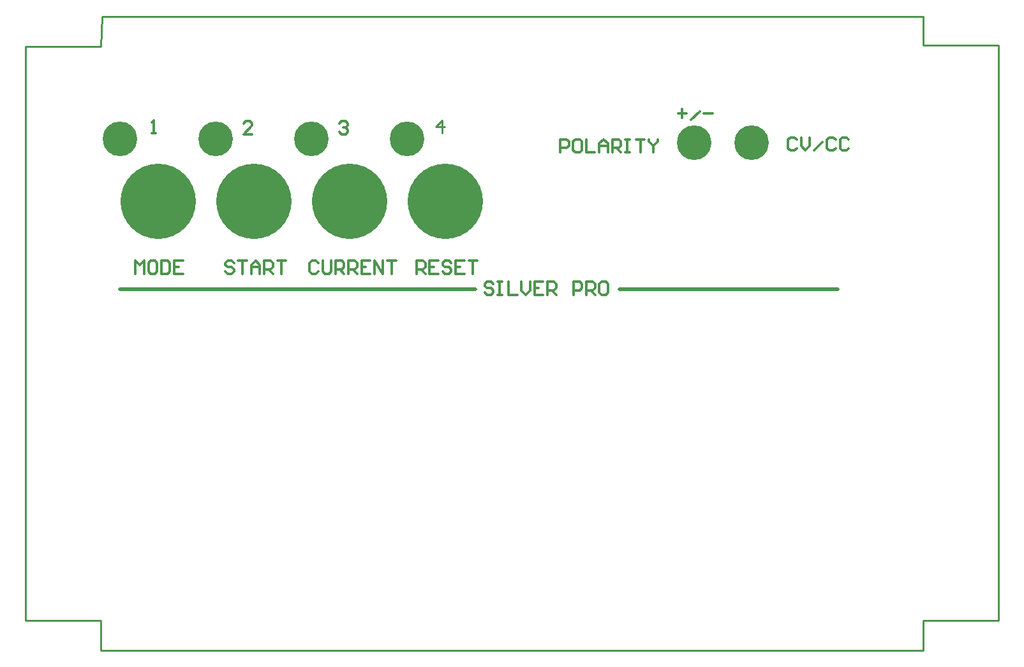
<source format=gtl>
%FSLAX23Y23*%
%MOMM*%
%SFA1B1*%

%IPPOS*%
%ADD10C,9.999980*%
%ADD11C,4.599991*%
%ADD12C,0.549999*%
%ADD13C,0.349999*%
%ADD14C,0.230000*%
%ADD15C,0.250000*%
%LNtopcover-1*%
%LPD*%
G54D10*
X88899Y94359D03*
X76199D03*
X63499D03*
X50799D03*
G54D11*
X45719Y102619D03*
X58419D03*
X71119D03*
X83819D03*
X129539Y102109D03*
X121919D03*
G54D12*
X112009Y82679D02*
X140969D01*
X45719D02*
X92839D01*
G54D13*
X95259Y83349D02*
X94969Y83639D01*
X94389*
X94109Y83349*
Y83059*
X94389Y82779*
X94969*
X95259Y82489*
Y82199*
X94969Y81919*
X94389*
X94109Y82199*
X95829Y83639D02*
X96399D01*
X96119*
Y81919*
X95829*
X96399*
X97269Y83639D02*
Y81919D01*
X98419*
X98989Y83639D02*
Y82489D01*
X99559Y81919*
X100139Y82489*
Y83639*
X101859D02*
X100709D01*
Y81919*
X101859*
X100709Y82779D02*
X101289D01*
X102439Y81919D02*
Y83639D01*
X103299*
X103589Y83349*
Y82779*
X103299Y82489*
X102439*
X103009D02*
X103589Y81919D01*
X105879D02*
Y83639D01*
X106749*
X107029Y83349*
Y82779*
X106749Y82489*
X105879*
X107609Y81919D02*
Y83639D01*
X108469*
X108759Y83349*
Y82779*
X108469Y82489*
X107609*
X108179D02*
X108759Y81919D01*
X110189Y83639D02*
X109619D01*
X109329Y83349*
Y82199*
X109619Y81919*
X110189*
X110479Y82199*
Y83349*
X110189Y83639*
X85089Y84709D02*
Y86429D01*
X85949*
X86239Y86149*
Y85569*
X85949Y85279*
X85089*
X85659D02*
X86239Y84709D01*
X87959Y86429D02*
X86809D01*
Y84709*
X87959*
X86809Y85569D02*
X87389D01*
X89689Y86149D02*
X89399Y86429D01*
X88819*
X88539Y86149*
Y85859*
X88819Y85569*
X89399*
X89689Y85279*
Y84999*
X89399Y84709*
X88819*
X88539Y84999*
X91409Y86429D02*
X90259D01*
Y84709*
X91409*
X90259Y85569D02*
X90829D01*
X91979Y86429D02*
X93129D01*
X92559*
Y84709*
X72009Y86149D02*
X71729Y86429D01*
X71149*
X70869Y86149*
Y84999*
X71149Y84709*
X71729*
X72009Y84999*
X72589Y86429D02*
Y84999D01*
X72879Y84709*
X73449*
X73739Y84999*
Y86429*
X74309Y84709D02*
Y86429D01*
X75169*
X75459Y86149*
Y85569*
X75169Y85279*
X74309*
X74889D02*
X75459Y84709D01*
X76039D02*
Y86429D01*
X76899*
X77189Y86149*
Y85569*
X76899Y85279*
X76039*
X76609D02*
X77189Y84709D01*
X78909Y86429D02*
X77759D01*
Y84709*
X78909*
X77759Y85569D02*
X78329D01*
X79479Y84709D02*
Y86429D01*
X80629Y84709*
Y86429*
X81209D02*
X82359D01*
X81779*
Y84709*
X60839Y86149D02*
X60549Y86429D01*
X59979*
X59689Y86149*
Y85859*
X59979Y85569*
X60549*
X60839Y85279*
Y84999*
X60549Y84709*
X59979*
X59689Y84999*
X61409Y86429D02*
X62559D01*
X61989*
Y84709*
X63139D02*
Y85859D01*
X63709Y86429*
X64289Y85859*
Y84709*
Y85569*
X63139*
X64859Y84709D02*
Y86429D01*
X65719*
X66009Y86149*
Y85569*
X65719Y85279*
X64859*
X65429D02*
X66009Y84709D01*
X66579Y86429D02*
X67729D01*
X67159*
Y84709*
X47749D02*
Y86429D01*
X48329Y85859*
X48899Y86429*
Y84709*
X50339Y86429D02*
X49759D01*
X49479Y86149*
Y84999*
X49759Y84709*
X50339*
X50619Y84999*
Y86149*
X50339Y86429*
X51199D02*
Y84709D01*
X52059*
X52349Y84999*
Y86149*
X52059Y86429*
X51199*
X54069D02*
X52919D01*
Y84709*
X54069*
X52919Y85569D02*
X53499D01*
X74799Y104689D02*
X75089Y104969D01*
X75659*
X75949Y104689*
Y104399*
X75659Y104109*
X75379*
X75659*
X75949Y103829*
Y103539*
X75659Y103249*
X75089*
X74799Y103539*
X63249Y103249D02*
X62099D01*
X63249Y104399*
Y104689*
X62959Y104969*
X62389*
X62099Y104689*
X49909Y103379D02*
X50489D01*
X50199*
Y105099*
X49909Y104809*
X135509Y102529D02*
X135229Y102819D01*
X134649*
X134369Y102529*
Y101379*
X134649Y101089*
X135229*
X135509Y101379*
X136089Y102819D02*
Y101669D01*
X136659Y101089*
X137239Y101669*
Y102819*
X137809Y101089D02*
X138959Y102239D01*
X140689Y102529D02*
X140399Y102819D01*
X139819*
X139539Y102529*
Y101379*
X139819Y101089*
X140399*
X140689Y101379*
X142409Y102529D02*
X142119Y102819D01*
X141549*
X141259Y102529*
Y101379*
X141549Y101089*
X142119*
X142409Y101379*
X119759Y106019D02*
X120909D01*
X120339Y106589D02*
Y105439D01*
X121479Y105159D02*
X122629Y106299D01*
X123209Y106019D02*
X124359D01*
X104139Y100839D02*
Y102559D01*
X104999*
X105289Y102269*
Y101699*
X104999Y101409*
X104139*
X106729Y102559D02*
X106149D01*
X105859Y102269*
Y101129*
X106149Y100839*
X106729*
X107009Y101129*
Y102269*
X106729Y102559*
X107589D02*
Y100839D01*
X108739*
X109309D02*
Y101989D01*
X109879Y102559*
X110459Y101989*
Y100839*
Y101699*
X109309*
X111029Y100839D02*
Y102559D01*
X111899*
X112179Y102269*
Y101699*
X111899Y101409*
X111029*
X111609D02*
X112179Y100839D01*
X112759Y102559D02*
X113329D01*
X113039*
Y100839*
X112759*
X113329*
X114189Y102559D02*
X115339D01*
X114769*
Y100839*
X115919Y102559D02*
Y102269D01*
X116489Y101699*
X117069Y102269*
Y102559*
X116489Y101699D02*
Y100839D01*
G54D14*
X88489Y103379D02*
Y105099D01*
X87629Y104239*
X88779*
G54D15*
X162309Y38609D02*
Y115059D01*
X152269Y38609D02*
X162309D01*
X152269Y34669D02*
Y38609D01*
Y115059D02*
X162309D01*
X152269D02*
Y118869D01*
X43309D02*
X152269D01*
X43179Y114929D02*
X43309Y118869D01*
X33149Y114929D02*
X43179D01*
X33149Y38609D02*
Y114929D01*
X43179Y34669D02*
Y38609D01*
X33149D02*
X43179D01*
Y34669D02*
X152269D01*
M02*
</source>
